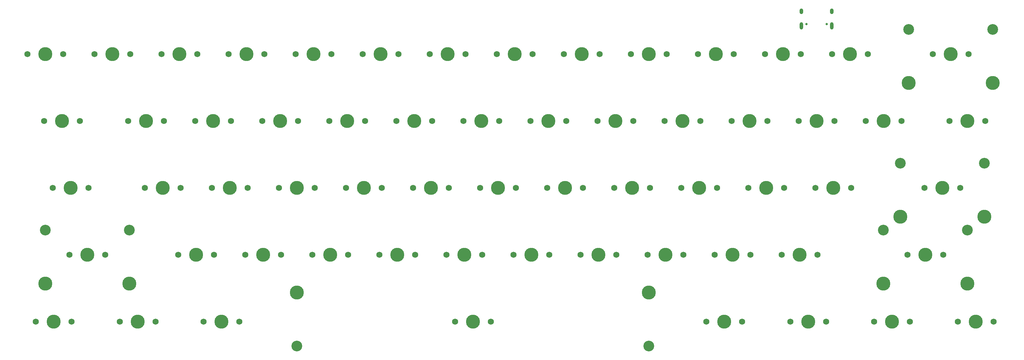
<source format=gbr>
G04 #@! TF.GenerationSoftware,KiCad,Pcbnew,(5.1.9)-1*
G04 #@! TF.CreationDate,2021-03-29T17:21:37+03:00*
G04 #@! TF.ProjectId,hotshot_keyboard,686f7473-686f-4745-9f6b-6579626f6172,rev?*
G04 #@! TF.SameCoordinates,Original*
G04 #@! TF.FileFunction,Soldermask,Top*
G04 #@! TF.FilePolarity,Negative*
%FSLAX46Y46*%
G04 Gerber Fmt 4.6, Leading zero omitted, Abs format (unit mm)*
G04 Created by KiCad (PCBNEW (5.1.9)-1) date 2021-03-29 17:21:37*
%MOMM*%
%LPD*%
G01*
G04 APERTURE LIST*
%ADD10C,1.750000*%
%ADD11C,3.987800*%
%ADD12C,3.048000*%
%ADD13O,1.000000X2.100000*%
%ADD14C,0.650000*%
%ADD15O,1.000000X1.600000*%
G04 APERTURE END LIST*
D10*
X176530000Y-61912500D03*
X166370000Y-61912500D03*
D11*
X171450000Y-61912500D03*
D10*
X214630000Y-61912500D03*
X204470000Y-61912500D03*
D11*
X209550000Y-61912500D03*
X195256150Y-91757500D03*
X95256350Y-91757500D03*
D12*
X195256150Y-106997500D03*
X95256350Y-106997500D03*
D10*
X150336250Y-100012500D03*
X140176250Y-100012500D03*
D11*
X145256250Y-100012500D03*
D10*
X267017500Y-42862500D03*
X256857500Y-42862500D03*
D11*
X261937500Y-42862500D03*
D10*
X224155000Y-80962500D03*
X213995000Y-80962500D03*
D11*
X219075000Y-80962500D03*
D10*
X62230000Y-61912500D03*
X52070000Y-61912500D03*
D11*
X57150000Y-61912500D03*
D10*
X247967500Y-42862500D03*
X237807500Y-42862500D03*
D11*
X242887500Y-42862500D03*
D10*
X57467500Y-42862500D03*
X47307500Y-42862500D03*
D11*
X52387500Y-42862500D03*
D10*
X162242500Y-23812500D03*
X152082500Y-23812500D03*
D11*
X157162500Y-23812500D03*
D10*
X143192500Y-23812500D03*
X133032500Y-23812500D03*
D11*
X138112500Y-23812500D03*
D10*
X86042500Y-23812500D03*
X75882500Y-23812500D03*
D11*
X80962500Y-23812500D03*
D10*
X124142500Y-23812500D03*
X113982500Y-23812500D03*
D11*
X119062500Y-23812500D03*
D10*
X28892500Y-23812500D03*
X18732500Y-23812500D03*
D11*
X23812500Y-23812500D03*
D10*
X233680000Y-61912500D03*
X223520000Y-61912500D03*
D11*
X228600000Y-61912500D03*
D10*
X205105000Y-80962500D03*
X194945000Y-80962500D03*
D11*
X200025000Y-80962500D03*
D10*
X257492500Y-23812500D03*
X247332500Y-23812500D03*
D11*
X252412500Y-23812500D03*
D10*
X293211250Y-100012500D03*
X283051250Y-100012500D03*
D11*
X288131250Y-100012500D03*
X285781750Y-89217500D03*
X261905750Y-89217500D03*
D12*
X285781750Y-73977500D03*
X261905750Y-73977500D03*
D10*
X278923750Y-80962500D03*
X268763750Y-80962500D03*
D11*
X273843750Y-80962500D03*
D10*
X269398750Y-100012500D03*
X259238750Y-100012500D03*
D11*
X264318750Y-100012500D03*
D10*
X245586250Y-100012500D03*
X235426250Y-100012500D03*
D11*
X240506250Y-100012500D03*
D10*
X221773750Y-100012500D03*
X211613750Y-100012500D03*
D11*
X216693750Y-100012500D03*
D10*
X78898750Y-100012500D03*
X68738750Y-100012500D03*
D11*
X73818750Y-100012500D03*
D10*
X55086250Y-100012500D03*
X44926250Y-100012500D03*
D11*
X50006250Y-100012500D03*
D10*
X31273750Y-100012500D03*
X21113750Y-100012500D03*
D11*
X26193750Y-100012500D03*
D10*
X243205000Y-80962500D03*
X233045000Y-80962500D03*
D11*
X238125000Y-80962500D03*
D10*
X186055000Y-80962500D03*
X175895000Y-80962500D03*
D11*
X180975000Y-80962500D03*
D10*
X167005000Y-80962500D03*
X156845000Y-80962500D03*
D11*
X161925000Y-80962500D03*
D10*
X147955000Y-80962500D03*
X137795000Y-80962500D03*
D11*
X142875000Y-80962500D03*
D10*
X128905000Y-80962500D03*
X118745000Y-80962500D03*
D11*
X123825000Y-80962500D03*
D10*
X109855000Y-80962500D03*
X99695000Y-80962500D03*
D11*
X104775000Y-80962500D03*
D10*
X90805000Y-80962500D03*
X80645000Y-80962500D03*
D11*
X85725000Y-80962500D03*
D10*
X71755000Y-80962500D03*
X61595000Y-80962500D03*
D11*
X66675000Y-80962500D03*
X47656750Y-89217500D03*
X23780750Y-89217500D03*
D12*
X47656750Y-73977500D03*
X23780750Y-73977500D03*
D10*
X40798750Y-80962500D03*
X30638750Y-80962500D03*
D11*
X35718750Y-80962500D03*
X290544250Y-70167500D03*
X266668250Y-70167500D03*
D12*
X290544250Y-54927500D03*
X266668250Y-54927500D03*
D10*
X283686250Y-61912500D03*
X273526250Y-61912500D03*
D11*
X278606250Y-61912500D03*
D10*
X252730000Y-61912500D03*
X242570000Y-61912500D03*
D11*
X247650000Y-61912500D03*
D10*
X195580000Y-61912500D03*
X185420000Y-61912500D03*
D11*
X190500000Y-61912500D03*
D10*
X157480000Y-61912500D03*
X147320000Y-61912500D03*
D11*
X152400000Y-61912500D03*
D10*
X138430000Y-61912500D03*
X128270000Y-61912500D03*
D11*
X133350000Y-61912500D03*
D10*
X119380000Y-61912500D03*
X109220000Y-61912500D03*
D11*
X114300000Y-61912500D03*
D10*
X100330000Y-61912500D03*
X90170000Y-61912500D03*
D11*
X95250000Y-61912500D03*
D10*
X81280000Y-61912500D03*
X71120000Y-61912500D03*
D11*
X76200000Y-61912500D03*
D10*
X36036250Y-61912500D03*
X25876250Y-61912500D03*
D11*
X30956250Y-61912500D03*
D10*
X290830000Y-42862500D03*
X280670000Y-42862500D03*
D11*
X285750000Y-42862500D03*
D10*
X228917500Y-42862500D03*
X218757500Y-42862500D03*
D11*
X223837500Y-42862500D03*
D10*
X209867500Y-42862500D03*
X199707500Y-42862500D03*
D11*
X204787500Y-42862500D03*
D10*
X190817500Y-42862500D03*
X180657500Y-42862500D03*
D11*
X185737500Y-42862500D03*
D10*
X171767500Y-42862500D03*
X161607500Y-42862500D03*
D11*
X166687500Y-42862500D03*
D10*
X152717500Y-42862500D03*
X142557500Y-42862500D03*
D11*
X147637500Y-42862500D03*
D10*
X133667500Y-42862500D03*
X123507500Y-42862500D03*
D11*
X128587500Y-42862500D03*
D10*
X114617500Y-42862500D03*
X104457500Y-42862500D03*
D11*
X109537500Y-42862500D03*
D10*
X95567500Y-42862500D03*
X85407500Y-42862500D03*
D11*
X90487500Y-42862500D03*
D10*
X76517500Y-42862500D03*
X66357500Y-42862500D03*
D11*
X71437500Y-42862500D03*
D10*
X33655000Y-42862500D03*
X23495000Y-42862500D03*
D11*
X28575000Y-42862500D03*
X292925500Y-32067500D03*
X269049500Y-32067500D03*
D12*
X292925500Y-16827500D03*
X269049500Y-16827500D03*
D10*
X286067500Y-23812500D03*
X275907500Y-23812500D03*
D11*
X280987500Y-23812500D03*
D10*
X238442500Y-23812500D03*
X228282500Y-23812500D03*
D11*
X233362500Y-23812500D03*
D10*
X219392500Y-23812500D03*
X209232500Y-23812500D03*
D11*
X214312500Y-23812500D03*
D10*
X200342500Y-23812500D03*
X190182500Y-23812500D03*
D11*
X195262500Y-23812500D03*
D10*
X181292500Y-23812500D03*
X171132500Y-23812500D03*
D11*
X176212500Y-23812500D03*
D10*
X105092500Y-23812500D03*
X94932500Y-23812500D03*
D11*
X100012500Y-23812500D03*
D10*
X66992500Y-23812500D03*
X56832500Y-23812500D03*
D11*
X61912500Y-23812500D03*
D10*
X47942500Y-23812500D03*
X37782500Y-23812500D03*
D11*
X42862500Y-23812500D03*
D13*
X247207500Y-15830000D03*
X238567500Y-15830000D03*
D14*
X239997500Y-15300000D03*
D15*
X238567500Y-11650000D03*
D14*
X245777500Y-15300000D03*
D15*
X247207500Y-11650000D03*
M02*

</source>
